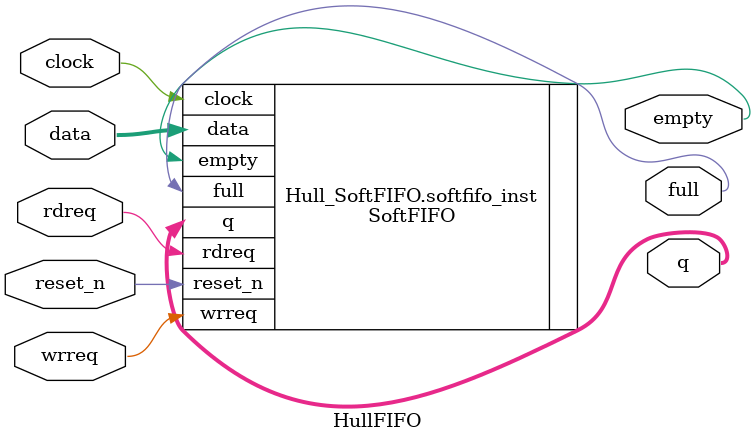
<source format=sv>
/*

    Author: Ahmed Khawaja
    
    This module abstracts the different types of FIFOs that can be used in the system
    
    TypeNum  Type
    0        SoftFIFO (in pure verilog)
    1        Catapult Hardened FIFO
    2        F1 Shifting flop FIFO
	3        F1 BRAM FIFO (unimplemented)

*/

module HullFIFO #(parameter TYPE = 0, WIDTH = 32, LOG_DEPTH = 2)
(
    // General signals
    input  clock,
    input  reset_n,
    // Data in and write enable
    input             wrreq, //enq
    input[WIDTH-1:0]  data,// data in
    output            full,
    output[WIDTH-1:0] q, // data out
    output logic      empty,
    input             rdreq // deq
);

	wire half_full;
	wire data_valid;
	
    generate
        if (TYPE == 0) begin : Hull_SoftFIFO
            SoftFIFO
            #(
                .WIDTH                  (WIDTH),
                .LOG_DEPTH              (LOG_DEPTH)
            )
            softfifo_inst
            (
                .clock                  (clock),
                .reset_n                (reset_n),
                .wrreq                  (wrreq),
                .data                   (data),
                .full                   (full),
                .q                      (q),
                .empty                  (empty),
                .rdreq                  (rdreq)
            );
        end else if (TYPE == 1) begin : Hull_CatapultFIFO
            FIFO
            #(
                .WIDTH                  (WIDTH),
                .LOG_DEPTH              (LOG_DEPTH)
            )
            catapultfifo_inst
            (
                .clock                  (clock),
                .reset_n                (reset_n),
                .wrreq                  (wrreq),
                .data                   (data),
                .full                   (full),
                .q                      (q),
                .empty                  (empty),
                .rdreq                  (rdreq)
            );
        end else if (TYPE == 2) begin : Hull_F1_FlopFIFO
			flop_fifo
			#(
				.WIDTH(WIDTH),
				.DEPTH((1 << LOG_DEPTH)) // convert log dpeth 
			)
			f1_flopfifo_inst
			(
				// Inputs
				.clk(clock), 
				.rst_n(reset_n), 
				.sync_rst_n(1'b1), // active low secondary reset, disable for now
				.cfg_watermark((1 << LOG_DEPTH) - 1), // when the full signal is asserted
				.push(wrreq),
				.push_data(data), 
				.pop(rdreq),
				// Outputs
				.pop_data(q), 
				.half_full(half_full), 
				.watermark(full),
				.data_valid(data_valid)
			);
			assign empty = !data_valid;
        end else if (TYPE == 3) begin : Hull_F1_BRAM_FIFO
			// use the bram_2rw module in shell/design/lib/bram_2rw.sv
		end
    endgenerate

endmodule

</source>
